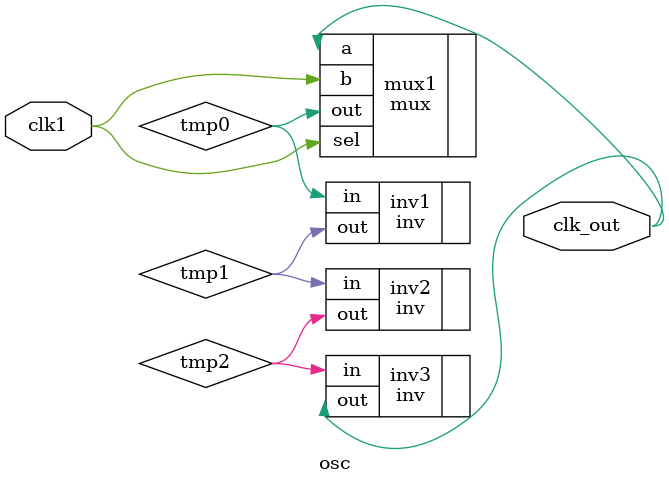
<source format=v>
`timescale 1ns / 1ps


module osc(input clk1, output clk_out);
    wire tmp0, tmp1, tmp2;
    //wire clk2, feed;
    
    // D1
    mux mux1(.out(tmp0), .a(clk_out), .b(clk1), .sel(clk1));
    
    // Chain
    inv inv1(.in(tmp0), .out(tmp1));
    inv inv2(.in(tmp1), .out(tmp2));
    inv inv3(.in(tmp2), .out(clk_out));
    
    // Feedback
    //store store1(.in(clk_out), .out(feed));
    //inv inv_d(.in(clk1), .out(clk2));
    //dlatch d_inst(.clk(clk2), .d(clk_out), .q(feed));
    //buffer buffer1(.in(clk_out), .out(feed));

endmodule

</source>
